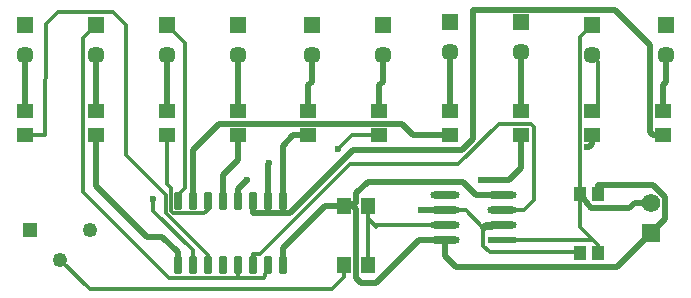
<source format=gtl>
G04*
G04 #@! TF.GenerationSoftware,Altium Limited,Altium Designer,24.8.2 (39)*
G04*
G04 Layer_Physical_Order=1*
G04 Layer_Color=255*
%FSLAX44Y44*%
%MOMM*%
G71*
G04*
G04 #@! TF.SameCoordinates,0CE2364C-DE86-47B0-8F42-6A72043F3B29*
G04*
G04*
G04 #@! TF.FilePolarity,Positive*
G04*
G01*
G75*
%ADD14R,1.2000X1.4500*%
G04:AMPARAMS|DCode=15|XSize=0.6mm|YSize=1.45mm|CornerRadius=0.051mm|HoleSize=0mm|Usage=FLASHONLY|Rotation=0.000|XOffset=0mm|YOffset=0mm|HoleType=Round|Shape=RoundedRectangle|*
%AMROUNDEDRECTD15*
21,1,0.6000,1.3480,0,0,0.0*
21,1,0.4980,1.4500,0,0,0.0*
1,1,0.1020,0.2490,-0.6740*
1,1,0.1020,-0.2490,-0.6740*
1,1,0.1020,-0.2490,0.6740*
1,1,0.1020,0.2490,0.6740*
%
%ADD15ROUNDEDRECTD15*%
%ADD16R,1.4500X1.2000*%
%ADD17R,1.0000X1.3000*%
G04:AMPARAMS|DCode=18|XSize=2.4692mm|YSize=0.6221mm|CornerRadius=0.3111mm|HoleSize=0mm|Usage=FLASHONLY|Rotation=180.000|XOffset=0mm|YOffset=0mm|HoleType=Round|Shape=RoundedRectangle|*
%AMROUNDEDRECTD18*
21,1,2.4692,0.0000,0,0,180.0*
21,1,1.8470,0.6221,0,0,180.0*
1,1,0.6221,-0.9235,0.0000*
1,1,0.6221,0.9235,0.0000*
1,1,0.6221,0.9235,0.0000*
1,1,0.6221,-0.9235,0.0000*
%
%ADD18ROUNDEDRECTD18*%
%ADD19R,2.4692X0.6221*%
%ADD24C,1.4500*%
%ADD25R,1.4500X1.4500*%
%ADD26C,1.5700*%
%ADD27R,1.5700X1.5700*%
%ADD28C,1.2500*%
%ADD29R,1.2500X1.2500*%
%ADD31C,0.3000*%
%ADD32C,0.5000*%
%ADD33C,0.6000*%
D14*
X310000Y110000D02*
D03*
X330000D02*
D03*
Y60000D02*
D03*
X310000D02*
D03*
D15*
X258100Y114500D02*
D03*
X245400D02*
D03*
X232700D02*
D03*
X220000D02*
D03*
X207300D02*
D03*
X194600D02*
D03*
X181900D02*
D03*
X169200D02*
D03*
X258100Y60000D02*
D03*
X245400D02*
D03*
X232700D02*
D03*
X220000D02*
D03*
X207300D02*
D03*
X194600D02*
D03*
X181900D02*
D03*
X169200D02*
D03*
D16*
X280000Y190000D02*
D03*
Y170000D02*
D03*
X220000Y190000D02*
D03*
Y170000D02*
D03*
X400000Y190000D02*
D03*
Y170000D02*
D03*
X340000Y190000D02*
D03*
Y170000D02*
D03*
X520000Y190000D02*
D03*
Y170000D02*
D03*
X460000Y190000D02*
D03*
Y170000D02*
D03*
X580000Y190000D02*
D03*
Y170000D02*
D03*
X160000Y190000D02*
D03*
Y170000D02*
D03*
X40000Y190000D02*
D03*
Y170000D02*
D03*
X100000Y190000D02*
D03*
Y170000D02*
D03*
D17*
X510000Y120000D02*
D03*
X525000D02*
D03*
Y70000D02*
D03*
X510000D02*
D03*
D18*
X395864Y80950D02*
D03*
Y93650D02*
D03*
Y106350D02*
D03*
Y119050D02*
D03*
X444136D02*
D03*
Y106350D02*
D03*
Y93650D02*
D03*
D19*
Y80950D02*
D03*
D24*
X40000Y237300D02*
D03*
X520000D02*
D03*
X160000D02*
D03*
X460000Y240000D02*
D03*
X400000D02*
D03*
X220000Y237300D02*
D03*
X100000D02*
D03*
X282700D02*
D03*
X342700D02*
D03*
X582700D02*
D03*
D25*
X40000Y262700D02*
D03*
X520000D02*
D03*
X160000D02*
D03*
X460000Y265400D02*
D03*
X400000D02*
D03*
X220000Y262700D02*
D03*
X100000D02*
D03*
X282700D02*
D03*
X342700D02*
D03*
X582700D02*
D03*
D26*
X570000Y112700D02*
D03*
D27*
Y87300D02*
D03*
D28*
X70000Y64450D02*
D03*
X95400Y89850D02*
D03*
D29*
X44600D02*
D03*
D31*
X521090Y80950D02*
X525000Y77040D01*
X510000Y92040D02*
X521090Y80950D01*
X161630Y49100D02*
X220000D01*
X433664Y70690D02*
X510000D01*
X525375Y190000D02*
Y231925D01*
X330000Y99778D02*
Y110000D01*
Y60000D02*
Y99778D01*
X220000Y49100D02*
Y60000D01*
Y49100D02*
X242656D01*
X245400Y60000D01*
X510000Y92040D02*
Y120000D01*
X444136Y80950D02*
X521090D01*
X525000Y70000D02*
Y77040D01*
X181900Y60000D02*
Y72549D01*
X148661Y105788D02*
X181900Y72549D01*
X148661Y105788D02*
Y116141D01*
X305394Y158320D02*
X317074Y170000D01*
X340000D01*
X40000D02*
X57236D01*
X57490Y263984D01*
X67650Y274144D01*
X114132D01*
X125308Y262968D01*
Y152775D02*
Y262968D01*
Y152775D02*
X159133Y118950D01*
Y103921D02*
Y118950D01*
Y103921D02*
X194600Y68454D01*
Y60000D02*
Y68454D01*
X337305Y93650D02*
X395864D01*
X337305Y92473D02*
Y93650D01*
X330000Y99778D02*
X337305Y92473D01*
X89240Y251940D02*
X100000Y262700D01*
X89240Y121490D02*
Y251940D01*
Y121490D02*
X161630Y49100D01*
X160000Y262700D02*
X175146Y247553D01*
Y125196D02*
Y247553D01*
X169200Y119250D02*
X175146Y125196D01*
X169200Y114500D02*
Y119250D01*
X510000Y252700D02*
X520000Y262700D01*
X510000Y120000D02*
Y252700D01*
X428076Y76278D02*
Y91264D01*
Y76278D02*
X433664Y70690D01*
X395864Y106350D02*
X412990D01*
X428076Y91264D01*
X510000Y70000D02*
Y70690D01*
X520000Y190000D02*
X525375D01*
X520000Y237300D02*
X525375Y231925D01*
X160000Y128803D02*
Y170000D01*
Y128803D02*
X163408Y125394D01*
Y105742D02*
Y125394D01*
Y105742D02*
X165440Y103710D01*
X191856D01*
X194600Y106454D01*
Y114500D01*
X70000Y64450D02*
X94968Y39482D01*
X299552D01*
X310000Y49930D01*
Y60000D01*
X232700D02*
Y69624D01*
X239304D01*
X314792Y145112D01*
X406590D01*
X441134Y179656D01*
X468208D01*
X471002Y176862D01*
Y115240D02*
Y176862D01*
X462112Y106350D02*
X471002Y115240D01*
X444136Y106350D02*
X462112D01*
D32*
X525000Y127482D02*
X571690D01*
X510000Y120000D02*
X519008Y107774D01*
X551266D01*
X556192Y112700D01*
X570000D01*
X374990Y106350D02*
X395864D01*
X430462Y93650D02*
X444136D01*
X428076Y91264D02*
X430462Y93650D01*
X428076Y91264D02*
X444136Y93650D01*
X580000Y190000D02*
Y212168D01*
X582700Y214868D01*
Y237300D01*
X460000Y190000D02*
Y240000D01*
X400000Y190000D02*
Y240000D01*
X340000Y190000D02*
Y212168D01*
X342700Y214868D01*
Y237300D01*
X280000Y190000D02*
Y212168D01*
X282700Y214868D01*
Y237300D01*
X220000Y190000D02*
Y237300D01*
X160000Y190000D02*
Y237300D01*
X100000Y190000D02*
Y237300D01*
X40000Y190000D02*
Y237300D01*
X232700Y103710D02*
Y114500D01*
Y103710D02*
X264500D01*
X318094Y157304D01*
X410296D01*
X419440Y166448D01*
Y275414D01*
X420202Y276176D01*
X539328D01*
X569046Y246458D01*
Y172544D02*
Y246458D01*
Y172544D02*
X571590Y170000D01*
X580000D01*
X245400Y114500D02*
Y144554D01*
X246974Y146128D01*
X515706Y160098D02*
X517714D01*
X520000Y162384D01*
Y170000D01*
X220000Y114500D02*
Y123980D01*
X227670Y131650D01*
X426044D02*
X449586D01*
X460000Y142064D01*
Y170000D01*
X181900Y114500D02*
Y157254D01*
X204302Y179656D01*
X358988D01*
X368644Y170000D01*
X400000D01*
X258100Y114500D02*
Y161060D01*
X267040Y170000D01*
X280000D01*
X207300Y114500D02*
Y135714D01*
X220000Y148414D01*
Y170000D01*
X100000Y127204D02*
Y170000D01*
Y127204D02*
X143323Y83881D01*
X156264D01*
X169200Y70944D01*
Y60000D02*
Y70944D01*
X258100Y60000D02*
Y73993D01*
X294108Y110000D01*
X310000D01*
X320380Y112540D01*
Y120728D01*
X330032Y130380D01*
X410650D01*
X421980Y119050D01*
X444136D01*
X310000Y110000D02*
X317840D01*
X320126Y107714D01*
Y48592D02*
Y107714D01*
Y48592D02*
X324190Y44528D01*
X336890D01*
X373312Y80950D01*
X395864D01*
Y67850D02*
Y80950D01*
Y67850D02*
X405216Y58498D01*
X541198D01*
X570000Y87300D01*
X581492Y98792D01*
Y117680D01*
X571690Y127482D02*
X581492Y117680D01*
X525000Y120000D02*
Y127482D01*
D33*
X148661Y116141D02*
D03*
X305394Y158320D02*
D03*
X374990Y106350D02*
D03*
X246974Y146128D02*
D03*
X515706Y160098D02*
D03*
X227670Y131650D02*
D03*
X426044D02*
D03*
M02*

</source>
